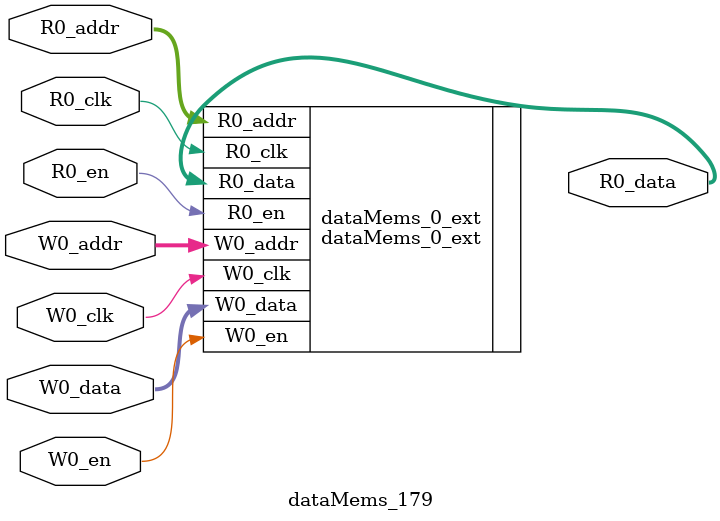
<source format=sv>
`ifndef RANDOMIZE
  `ifdef RANDOMIZE_REG_INIT
    `define RANDOMIZE
  `endif // RANDOMIZE_REG_INIT
`endif // not def RANDOMIZE
`ifndef RANDOMIZE
  `ifdef RANDOMIZE_MEM_INIT
    `define RANDOMIZE
  `endif // RANDOMIZE_MEM_INIT
`endif // not def RANDOMIZE

`ifndef RANDOM
  `define RANDOM $random
`endif // not def RANDOM

// Users can define 'PRINTF_COND' to add an extra gate to prints.
`ifndef PRINTF_COND_
  `ifdef PRINTF_COND
    `define PRINTF_COND_ (`PRINTF_COND)
  `else  // PRINTF_COND
    `define PRINTF_COND_ 1
  `endif // PRINTF_COND
`endif // not def PRINTF_COND_

// Users can define 'ASSERT_VERBOSE_COND' to add an extra gate to assert error printing.
`ifndef ASSERT_VERBOSE_COND_
  `ifdef ASSERT_VERBOSE_COND
    `define ASSERT_VERBOSE_COND_ (`ASSERT_VERBOSE_COND)
  `else  // ASSERT_VERBOSE_COND
    `define ASSERT_VERBOSE_COND_ 1
  `endif // ASSERT_VERBOSE_COND
`endif // not def ASSERT_VERBOSE_COND_

// Users can define 'STOP_COND' to add an extra gate to stop conditions.
`ifndef STOP_COND_
  `ifdef STOP_COND
    `define STOP_COND_ (`STOP_COND)
  `else  // STOP_COND
    `define STOP_COND_ 1
  `endif // STOP_COND
`endif // not def STOP_COND_

// Users can define INIT_RANDOM as general code that gets injected into the
// initializer block for modules with registers.
`ifndef INIT_RANDOM
  `define INIT_RANDOM
`endif // not def INIT_RANDOM

// If using random initialization, you can also define RANDOMIZE_DELAY to
// customize the delay used, otherwise 0.002 is used.
`ifndef RANDOMIZE_DELAY
  `define RANDOMIZE_DELAY 0.002
`endif // not def RANDOMIZE_DELAY

// Define INIT_RANDOM_PROLOG_ for use in our modules below.
`ifndef INIT_RANDOM_PROLOG_
  `ifdef RANDOMIZE
    `ifdef VERILATOR
      `define INIT_RANDOM_PROLOG_ `INIT_RANDOM
    `else  // VERILATOR
      `define INIT_RANDOM_PROLOG_ `INIT_RANDOM #`RANDOMIZE_DELAY begin end
    `endif // VERILATOR
  `else  // RANDOMIZE
    `define INIT_RANDOM_PROLOG_
  `endif // RANDOMIZE
`endif // not def INIT_RANDOM_PROLOG_

// Include register initializers in init blocks unless synthesis is set
`ifndef SYNTHESIS
  `ifndef ENABLE_INITIAL_REG_
    `define ENABLE_INITIAL_REG_
  `endif // not def ENABLE_INITIAL_REG_
`endif // not def SYNTHESIS

// Include rmemory initializers in init blocks unless synthesis is set
`ifndef SYNTHESIS
  `ifndef ENABLE_INITIAL_MEM_
    `define ENABLE_INITIAL_MEM_
  `endif // not def ENABLE_INITIAL_MEM_
`endif // not def SYNTHESIS

module dataMems_179(	// @[generators/ara/src/main/scala/UnsafeAXI4ToTL.scala:365:62]
  input  [4:0]  R0_addr,
  input         R0_en,
  input         R0_clk,
  output [66:0] R0_data,
  input  [4:0]  W0_addr,
  input         W0_en,
  input         W0_clk,
  input  [66:0] W0_data
);

  dataMems_0_ext dataMems_0_ext (	// @[generators/ara/src/main/scala/UnsafeAXI4ToTL.scala:365:62]
    .R0_addr (R0_addr),
    .R0_en   (R0_en),
    .R0_clk  (R0_clk),
    .R0_data (R0_data),
    .W0_addr (W0_addr),
    .W0_en   (W0_en),
    .W0_clk  (W0_clk),
    .W0_data (W0_data)
  );
endmodule


</source>
